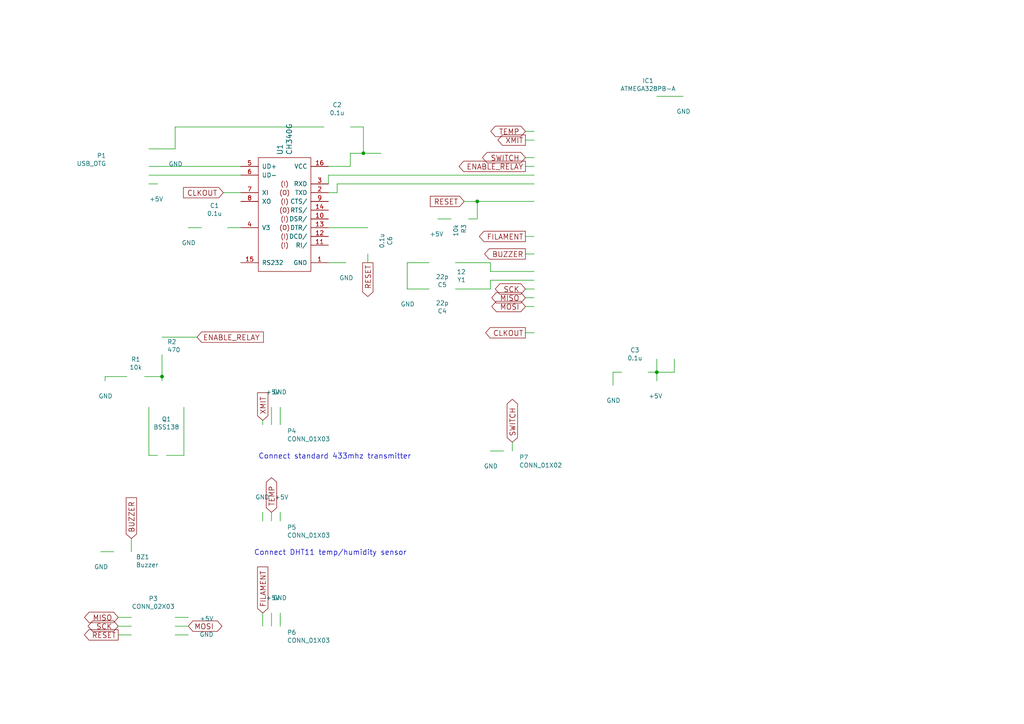
<source format=kicad_sch>
(kicad_sch (version 20230121) (generator eeschema)
  (paper "A4")
  (lib_symbols
    (symbol "ch340g:CH340G" (pin_names (offset 1.016))
      (property "Reference" "U" (at 0 -16.51 0))
      (property "Value" "CH340G" (at 0 19.05 0))
      (symbol "CH340G_0_0"
        (rectangle (start -7.62 17.78) (end 7.62 -15.24))
        (text "(I)" (at 0 -7.62 0) (effects (font (size 1.27 1.27))))
        (text "(I)" (at 0 -5.08 0) (effects (font (size 1.27 1.27))))
        (text "(I)" (at 0 0 0) (effects (font (size 1.27 1.27))))
        (text "(I)" (at 0 5.08 0) (effects (font (size 1.27 1.27))))
        (text "(I)" (at 0 10.16 0) (effects (font (size 1.27 1.27))))
        (text "(O)" (at 0 -2.54 0) (effects (font (size 1.27 1.27))))
        (text "(O)" (at 0 2.54 0) (effects (font (size 1.27 1.27))))
        (text "(O)" (at 0 7.62 0) (effects (font (size 1.27 1.27))))
      )
      (symbol "CH340G_1_1"
        (pin power_in line (at 12.7 -12.7 180) (length 5.08) (name "GND") (number "1"))
        (pin input line (at 12.7 0 180) (length 5.08) (name "DSR/") (number "10"))
        (pin input line (at 12.7 -7.62 180) (length 5.08) (name "RI/") (number "11"))
        (pin input line (at 12.7 -5.08 180) (length 5.08) (name "DCD/") (number "12"))
        (pin output line (at 12.7 -2.54 180) (length 5.08) (name "DTR/") (number "13"))
        (pin output line (at 12.7 2.54 180) (length 5.08) (name "RTS/") (number "14"))
        (pin input line (at -12.7 -12.7 0) (length 5.08) (name "RS232") (number "15"))
        (pin power_in line (at 12.7 15.24 180) (length 5.08) (name "VCC") (number "16"))
        (pin output line (at 12.7 7.62 180) (length 5.08) (name "TXD") (number "2"))
        (pin input line (at 12.7 10.16 180) (length 5.08) (name "RXD") (number "3"))
        (pin power_out line (at -12.7 -2.54 0) (length 5.08) (name "V3") (number "4"))
        (pin bidirectional line (at -12.7 15.24 0) (length 5.08) (name "UD+") (number "5"))
        (pin bidirectional line (at -12.7 12.7 0) (length 5.08) (name "UD-") (number "6"))
        (pin input line (at -12.7 7.62 0) (length 5.08) (name "XI") (number "7"))
        (pin output line (at -12.7 5.08 0) (length 5.08) (name "XO") (number "8"))
        (pin input line (at 12.7 5.08 180) (length 5.08) (name "CTS/") (number "9"))
      )
    )
  )
  (junction (at 105.41 44.45))
  (junction (at 46.99 109.22))
  (junction (at 190.5 107.95))
  (junction (at 138.43 58.42))
  (wire (pts (xy 58.42 66.04) (xy 54.61 66.04)))
  (wire (pts (xy 152.4 38.1) (xy 154.94 38.1)))
  (wire (pts (xy 152.4 45.72) (xy 154.94 45.72)))
  (wire (pts (xy 48.26 132.08) (xy 53.34 132.08)))
  (wire (pts (xy 152.4 48.26) (xy 154.94 48.26)))
  (wire (pts (xy 106.68 73.66) (xy 106.68 76.2)))
  (wire (pts (xy 43.18 43.18) (xy 50.8 43.18)))
  (wire (pts (xy 81.28 118.11) (xy 81.28 123.19)))
  (wire (pts (xy 152.4 96.52) (xy 154.94 96.52)))
  (wire (pts (xy 195.58 107.95) (xy 195.58 104.14)))
  (wire (pts (xy 100.33 76.2) (xy 95.25 76.2)))
  (wire (pts (xy 43.18 118.11) (xy 43.18 132.08)))
  (wire (pts (xy 177.8 107.95) (xy 180.34 107.95)))
  (wire (pts (xy 76.2 177.8) (xy 76.2 181.61)))
  (wire (pts (xy 138.43 58.42) (xy 154.94 58.42)))
  (wire (pts (xy 97.79 55.88) (xy 97.79 53.34)))
  (wire (pts (xy 105.41 36.83) (xy 101.6 36.83)))
  (wire (pts (xy 43.18 48.26) (xy 69.85 48.26)))
  (wire (pts (xy 30.48 110.49) (xy 30.48 109.22)))
  (wire (pts (xy 69.85 66.04) (xy 66.04 66.04)))
  (wire (pts (xy 95.25 66.04) (xy 106.68 66.04)))
  (wire (pts (xy 78.74 181.61) (xy 78.74 177.8)))
  (wire (pts (xy 95.25 50.8) (xy 95.25 53.34)))
  (wire (pts (xy 53.34 132.08) (xy 53.34 118.11)))
  (wire (pts (xy 34.29 184.15) (xy 38.1 184.15)))
  (wire (pts (xy 154.94 88.9) (xy 152.4 88.9)))
  (wire (pts (xy 38.1 160.02) (xy 38.1 156.21)))
  (wire (pts (xy 154.94 50.8) (xy 95.25 50.8)))
  (wire (pts (xy 154.94 73.66) (xy 152.4 73.66)))
  (wire (pts (xy 54.61 181.61) (xy 50.8 181.61)))
  (wire (pts (xy 93.98 36.83) (xy 50.8 36.83)))
  (wire (pts (xy 50.8 179.07) (xy 54.61 179.07)))
  (wire (pts (xy 105.41 44.45) (xy 110.49 44.45)))
  (wire (pts (xy 81.28 177.8) (xy 81.28 181.61)))
  (wire (pts (xy 105.41 44.45) (xy 105.41 36.83)))
  (wire (pts (xy 177.8 111.76) (xy 177.8 107.95)))
  (wire (pts (xy 142.24 83.82) (xy 142.24 81.28)))
  (wire (pts (xy 142.24 130.81) (xy 146.05 130.81)))
  (wire (pts (xy 81.28 151.13) (xy 81.28 148.59)))
  (wire (pts (xy 138.43 63.5) (xy 138.43 58.42)))
  (wire (pts (xy 124.46 76.2) (xy 118.11 76.2)))
  (wire (pts (xy 46.99 109.22) (xy 46.99 110.49)))
  (wire (pts (xy 34.29 179.07) (xy 38.1 179.07)))
  (wire (pts (xy 101.6 48.26) (xy 101.6 44.45)))
  (wire (pts (xy 76.2 151.13) (xy 76.2 148.59)))
  (wire (pts (xy 69.85 50.8) (xy 43.18 50.8)))
  (wire (pts (xy 187.96 107.95) (xy 190.5 107.95)))
  (wire (pts (xy 30.48 109.22) (xy 36.83 109.22)))
  (wire (pts (xy 134.62 58.42) (xy 138.43 58.42)))
  (wire (pts (xy 50.8 36.83) (xy 50.8 43.18)))
  (wire (pts (xy 43.18 132.08) (xy 45.72 132.08)))
  (wire (pts (xy 142.24 81.28) (xy 154.94 81.28)))
  (wire (pts (xy 69.85 55.88) (xy 64.77 55.88)))
  (wire (pts (xy 152.4 68.58) (xy 154.94 68.58)))
  (wire (pts (xy 118.11 76.2) (xy 118.11 83.82)))
  (wire (pts (xy 97.79 53.34) (xy 154.94 53.34)))
  (wire (pts (xy 43.18 53.34) (xy 45.72 53.34)))
  (wire (pts (xy 101.6 44.45) (xy 105.41 44.45)))
  (wire (pts (xy 190.5 107.95) (xy 190.5 110.49)))
  (wire (pts (xy 78.74 123.19) (xy 78.74 118.11)))
  (wire (pts (xy 135.89 63.5) (xy 138.43 63.5)))
  (wire (pts (xy 29.21 160.02) (xy 33.02 160.02)))
  (wire (pts (xy 152.4 40.64) (xy 154.94 40.64)))
  (wire (pts (xy 41.91 109.22) (xy 46.99 109.22)))
  (wire (pts (xy 152.4 86.36) (xy 154.94 86.36)))
  (wire (pts (xy 132.08 83.82) (xy 142.24 83.82)))
  (wire (pts (xy 142.24 76.2) (xy 142.24 78.74)))
  (wire (pts (xy 50.8 184.15) (xy 54.61 184.15)))
  (wire (pts (xy 132.08 76.2) (xy 142.24 76.2)))
  (wire (pts (xy 46.99 97.79) (xy 57.15 97.79)))
  (wire (pts (xy 190.5 27.94) (xy 198.12 27.94)))
  (wire (pts (xy 78.74 148.59) (xy 78.74 151.13)))
  (wire (pts (xy 127 63.5) (xy 130.81 63.5)))
  (wire (pts (xy 95.25 55.88) (xy 97.79 55.88)))
  (wire (pts (xy 95.25 48.26) (xy 101.6 48.26)))
  (wire (pts (xy 34.29 181.61) (xy 38.1 181.61)))
  (wire (pts (xy 148.59 130.81) (xy 148.59 128.27)))
  (wire (pts (xy 190.5 104.14) (xy 190.5 107.95)))
  (wire (pts (xy 190.5 107.95) (xy 195.58 107.95)))
  (wire (pts (xy 46.99 102.87) (xy 46.99 109.22)))
  (wire (pts (xy 142.24 78.74) (xy 154.94 78.74)))
  (wire (pts (xy 152.4 83.82) (xy 154.94 83.82)))
  (wire (pts (xy 76.2 123.19) (xy 76.2 121.92)))
  (wire (pts (xy 118.11 83.82) (xy 124.46 83.82)))
  (text "Connect standard 433mhz transmitter" (at 74.93 133.35 0) (effects (font (size 1.524 1.524)) (justify left bottom)))
  (text "Connect DHT11 temp/humidity sensor\n" (at 73.66 161.29 0) (effects (font (size 1.524 1.524)) (justify left bottom)))
  (global_label "SCK" (shape bidirectional) (at 34.29 181.61 180) (effects (font (size 1.524 1.524))) (property "Intersheetrefs" "${INTERSHEET_REFS}" (effects hide)))
  (global_label "XMIT" (shape output) (at 152.4 40.64 180) (effects (font (size 1.524 1.524))) (property "Intersheetrefs" "${INTERSHEET_REFS}" (effects hide)))
  (global_label "MISO" (shape bidirectional) (at 34.29 179.07 180) (effects (font (size 1.524 1.524))) (property "Intersheetrefs" "${INTERSHEET_REFS}" (effects hide)))
  (global_label "FILAMENT" (shape input) (at 76.2 177.8 90) (effects (font (size 1.524 1.524))) (property "Intersheetrefs" "${INTERSHEET_REFS}" (effects hide)))
  (global_label "MISO" (shape bidirectional) (at 152.4 86.36 180) (effects (font (size 1.524 1.524))) (property "Intersheetrefs" "${INTERSHEET_REFS}" (effects hide)))
  (global_label "CLKOUT" (shape input) (at 64.77 55.88 180) (effects (font (size 1.524 1.524))) (property "Intersheetrefs" "${INTERSHEET_REFS}" (effects hide)))
  (global_label "RESET" (shape input) (at 134.62 58.42 180) (effects (font (size 1.524 1.524))) (property "Intersheetrefs" "${INTERSHEET_REFS}" (effects hide)))
  (global_label "TEMP" (shape bidirectional) (at 78.74 148.59 90) (effects (font (size 1.524 1.524))) (property "Intersheetrefs" "${INTERSHEET_REFS}" (effects hide)))
  (global_label "SWITCH" (shape bidirectional) (at 148.59 128.27 90) (effects (font (size 1.524 1.524))) (property "Intersheetrefs" "${INTERSHEET_REFS}" (effects hide)))
  (global_label "MOSI" (shape bidirectional) (at 152.4 88.9 180) (effects (font (size 1.524 1.524))) (property "Intersheetrefs" "${INTERSHEET_REFS}" (effects hide)))
  (global_label "CLKOUT" (shape output) (at 152.4 96.52 180) (effects (font (size 1.524 1.524))) (property "Intersheetrefs" "${INTERSHEET_REFS}" (effects hide)))
  (global_label "FILAMENT" (shape output) (at 152.4 68.58 180) (effects (font (size 1.524 1.524))) (property "Intersheetrefs" "${INTERSHEET_REFS}" (effects hide)))
  (global_label "SWITCH" (shape bidirectional) (at 152.4 45.72 180) (effects (font (size 1.524 1.524))) (property "Intersheetrefs" "${INTERSHEET_REFS}" (effects hide)))
  (global_label "TEMP" (shape bidirectional) (at 152.4 38.1 180) (effects (font (size 1.524 1.524))) (property "Intersheetrefs" "${INTERSHEET_REFS}" (effects hide)))
  (global_label "MOSI" (shape bidirectional) (at 54.61 181.61 0) (effects (font (size 1.524 1.524))) (property "Intersheetrefs" "${INTERSHEET_REFS}" (effects hide)))
  (global_label "XMIT" (shape input) (at 76.2 121.92 90) (effects (font (size 1.524 1.524))) (property "Intersheetrefs" "${INTERSHEET_REFS}" (effects hide)))
  (global_label "ENABLE_RELAY" (shape input) (at 57.15 97.79 0) (effects (font (size 1.524 1.524))) (property "Intersheetrefs" "${INTERSHEET_REFS}" (effects hide)))
  (global_label "RESET" (shape output) (at 34.29 184.15 180) (effects (font (size 1.524 1.524))) (property "Intersheetrefs" "${INTERSHEET_REFS}" (effects hide)))
  (global_label "BUZZER" (shape input) (at 38.1 156.21 90) (effects (font (size 1.524 1.524))) (property "Intersheetrefs" "${INTERSHEET_REFS}" (effects hide)))
  (global_label "ENABLE_RELAY" (shape output) (at 152.4 48.26 180) (effects (font (size 1.524 1.524))) (property "Intersheetrefs" "${INTERSHEET_REFS}" (effects hide)))
  (global_label "BUZZER" (shape output) (at 152.4 73.66 180) (effects (font (size 1.524 1.524))) (property "Intersheetrefs" "${INTERSHEET_REFS}" (effects hide)))
  (global_label "RESET" (shape output) (at 106.68 76.2 270) (effects (font (size 1.524 1.524))) (property "Intersheetrefs" "${INTERSHEET_REFS}" (effects hide)))
  (global_label "SCK" (shape bidirectional) (at 152.4 83.82 180) (effects (font (size 1.524 1.524))) (property "Intersheetrefs" "${INTERSHEET_REFS}" (effects hide)))
  (symbol (lib_id "Crystal") (at 138.43 80.01 90) (unit 1)
    (property "Reference" "Y1" (at 135.1026 81.1784 90) (effects (justify left)))
    (property "Value" "12" (at 135.1026 78.867 90) (effects (justify left)))
    (property "Footprint" "greatscottgadgets/gsg-kicad-lib/gsg-modules.pretty:HC-49S" (effects hide))
  )
  (symbol (lib_id "C") (at 128.27 83.82 90) (unit 1)
    (property "Reference" "C4" (at 128.27 90.2208 90))
    (property "Value" "22p" (at 128.27 87.9094 90))
    (property "Footprint" "Capacitors_SMD:C_0805_HandSoldering" (effects hide))
  )
  (symbol (lib_id "C") (at 128.27 76.2 90) (unit 1)
    (property "Reference" "C5" (at 128.27 82.6008 90))
    (property "Value" "22p" (at 128.27 80.2894 90))
    (property "Footprint" "Capacitors_SMD:C_0805_HandSoldering" (effects hide))
  )
  (symbol (lib_id "ch340g:CH340G") (at 82.55 63.5 0) (unit 1)
    (property "Reference" "U1" (at 81.2038 45.0088 90) (effects (font (size 1.524 1.524)) (justify left)))
    (property "Value" "CH340G" (at 83.8962 45.0088 90) (effects (font (size 1.524 1.524)) (justify left)))
    (property "Footprint" "KiCad/Housings_SOIC.pretty:SOIC-16_3.9x9.9mm_Pitch1.27mm" (effects hide))
  )
  (symbol (lib_id "USB_OTG") (at 35.56 48.26 90) (unit 1)
    (property "Reference" "P1" (at 30.7848 45.1358 90) (effects (justify left)))
    (property "Value" "USB_OTG" (at 30.7848 47.4472 90) (effects (justify left)))
    (property "Footprint" "osminog:MICRO-B_USB-INVERTED" (effects hide))
  )
  (symbol (lib_id "GND") (at 50.8 43.18 0) (unit 1)
    (property "Reference" "#PWR01" (effects hide))
    (property "Value" "GND" (at 50.927 47.5742 0))
  )
  (symbol (lib_id "+5V") (at 45.72 53.34 180) (unit 1)
    (property "Reference" "#PWR02" (effects hide))
    (property "Value" "+5V" (at 45.339 57.7342 0))
  )
  (symbol (lib_id "CONN_02X03") (at 44.45 181.61 0) (unit 1)
    (property "Reference" "P3" (at 44.45 173.609 0))
    (property "Value" "CONN_02X03" (at 44.45 175.9204 0))
    (property "Footprint" "KiCad/Pin_Headers.pretty:Pin_Header_Straight_2x03_Pitch2.54mm_SMD" (effects hide))
  )
  (symbol (lib_id "+5V") (at 54.61 179.07 270) (unit 1)
    (property "Reference" "#PWR03" (effects hide))
    (property "Value" "+5V" (at 57.8612 179.451 90) (effects (justify left)))
  )
  (symbol (lib_id "GND") (at 54.61 184.15 90) (unit 1)
    (property "Reference" "#PWR04" (effects hide))
    (property "Value" "GND" (at 57.8612 184.023 90) (effects (justify right)))
  )
  (symbol (lib_id "CONN_01X03") (at 78.74 128.27 270) (unit 1)
    (property "Reference" "P4" (at 83.2612 125.0188 90) (effects (justify left)))
    (property "Value" "CONN_01X03" (at 83.2612 127.3302 90) (effects (justify left)))
    (property "Footprint" "KiCad/Pin_Headers.pretty:Pin_Header_Straight_1x03_Pitch2.54mm" (effects hide))
  )
  (symbol (lib_id "+5V") (at 78.74 118.11 0) (unit 1)
    (property "Reference" "#PWR05" (effects hide))
    (property "Value" "+5V" (at 79.121 113.7158 0))
  )
  (symbol (lib_id "GND") (at 81.28 118.11 180) (unit 1)
    (property "Reference" "#PWR06" (effects hide))
    (property "Value" "GND" (at 81.153 113.7158 0))
  )
  (symbol (lib_id "C") (at 184.15 107.95 270) (unit 1)
    (property "Reference" "C3" (at 184.15 101.5492 90))
    (property "Value" "0.1u" (at 184.15 103.8606 90))
    (property "Footprint" "Capacitors_SMD:C_0805_HandSoldering" (effects hide))
  )
  (symbol (lib_id "BSS138") (at 48.26 115.57 270) (unit 1)
    (property "Reference" "Q1" (at 48.26 121.5644 90))
    (property "Value" "BSS138" (at 48.26 123.8758 90))
    (property "Footprint" "TO_SOT_Packages_SMD:SOT-23" (effects hide))
  )
  (symbol (lib_id "CONN_01X02") (at 46.99 137.16 270) (unit 1)
    (property "Reference" "P2" (at 50.2412 133.9088 90) (effects (justify left)))
    (property "Value" "CONN_01X02" (at 50.2412 136.2202 90) (effects (justify left)))
    (property "Footprint" "KiCad/Pin_Headers.pretty:Pin_Header_Straight_1x02_Pitch2.54mm_SMD_Pin1Left" (effects hide))
  )
  (symbol (lib_id "+5V") (at 110.49 44.45 180) (unit 1)
    (property "Reference" "#PWR07" (effects hide))
    (property "Value" "+5V" (at 110.109 48.8442 0))
  )
  (symbol (lib_id "C") (at 97.79 36.83 270) (unit 1)
    (property "Reference" "C2" (at 97.79 30.4292 90))
    (property "Value" "0.1u" (at 97.79 32.7406 90))
    (property "Footprint" "Capacitors_SMD:C_0805_HandSoldering" (effects hide))
  )
  (symbol (lib_id "GND") (at 100.33 76.2 0) (unit 1)
    (property "Reference" "#PWR08" (effects hide))
    (property "Value" "GND" (at 100.457 80.5942 0))
  )
  (symbol (lib_id "C") (at 62.23 66.04 270) (unit 1)
    (property "Reference" "C1" (at 62.23 59.6392 90))
    (property "Value" "0.1u" (at 62.23 61.9506 90))
    (property "Footprint" "Capacitors_SMD:C_0805_HandSoldering" (effects hide))
  )
  (symbol (lib_id "GND") (at 54.61 66.04 0) (unit 1)
    (property "Reference" "#PWR09" (effects hide))
    (property "Value" "GND" (at 54.737 70.4342 0))
  )
  (symbol (lib_id "GND") (at 30.48 110.49 0) (unit 1)
    (property "Reference" "#PWR010" (effects hide))
    (property "Value" "GND" (at 30.607 114.8842 0))
  )
  (symbol (lib_id "R_Small") (at 39.37 109.22 270) (unit 1)
    (property "Reference" "R1" (at 39.37 104.2416 90))
    (property "Value" "10k" (at 39.37 106.553 90))
    (property "Footprint" "Resistors_SMD:R_0805_HandSoldering" (effects hide))
  )
  (symbol (lib_id "R_Small") (at 46.99 100.33 180) (unit 1)
    (property "Reference" "R2" (at 48.4886 99.1616 0) (effects (justify right)))
    (property "Value" "470" (at 48.4886 101.473 0) (effects (justify right)))
    (property "Footprint" "Resistors_SMD:R_0805_HandSoldering" (effects hide))
  )
  (symbol (lib_id "CONN_01X03") (at 78.74 156.21 270) (unit 1)
    (property "Reference" "P5" (at 83.2612 152.9588 90) (effects (justify left)))
    (property "Value" "CONN_01X03" (at 83.2612 155.2702 90) (effects (justify left)))
    (property "Footprint" "KiCad/Pin_Headers.pretty:Pin_Header_Straight_1x03_Pitch2.54mm" (effects hide))
  )
  (symbol (lib_id "+5V") (at 81.28 148.59 0) (unit 1)
    (property "Reference" "#PWR011" (effects hide))
    (property "Value" "+5V" (at 81.661 144.1958 0))
  )
  (symbol (lib_id "GND") (at 76.2 148.59 180) (unit 1)
    (property "Reference" "#PWR012" (effects hide))
    (property "Value" "GND" (at 76.073 144.1958 0))
  )
  (symbol (lib_id "Buzzer") (at 35.56 162.56 270) (unit 1)
    (property "Reference" "BZ1" (at 39.4208 161.544 90) (effects (justify left)))
    (property "Value" "Buzzer" (at 39.4208 163.8554 90) (effects (justify left)))
    (property "Footprint" "KiCad/Buzzers_Beepers.pretty:Buzzer_12x9.5RM7.6" (effects hide))
  )
  (symbol (lib_id "GND") (at 29.21 160.02 0) (unit 1)
    (property "Reference" "#PWR013" (effects hide))
    (property "Value" "GND" (at 29.337 164.4142 0))
  )
  (symbol (lib_id "ATMEGA328PB-A") (at 187.96 66.04 180) (unit 1)
    (property "Reference" "IC1" (at 187.96 23.4188 0))
    (property "Value" "ATMEGA328PB-A" (at 187.96 25.7302 0))
    (property "Footprint" "Housings_QFP:TQFP-32_7x7mm_Pitch0.8mm" (effects hide))
  )
  (symbol (lib_id "GND") (at 118.11 83.82 0) (unit 1)
    (property "Reference" "#PWR014" (effects hide))
    (property "Value" "GND" (at 118.237 88.2142 0))
  )
  (symbol (lib_id "+5V") (at 190.5 110.49 180) (unit 1)
    (property "Reference" "#PWR015" (effects hide))
    (property "Value" "+5V" (at 190.119 114.8842 0))
  )
  (symbol (lib_id "GND") (at 177.8 111.76 0) (unit 1)
    (property "Reference" "#PWR016" (effects hide))
    (property "Value" "GND" (at 177.927 116.1542 0))
  )
  (symbol (lib_id "GND") (at 198.12 27.94 0) (unit 1)
    (property "Reference" "#PWR017" (effects hide))
    (property "Value" "GND" (at 198.247 32.3342 0))
  )
  (symbol (lib_id "CONN_01X03") (at 78.74 186.69 270) (unit 1)
    (property "Reference" "P6" (at 83.2612 183.4388 90) (effects (justify left)))
    (property "Value" "CONN_01X03" (at 83.2612 185.7502 90) (effects (justify left)))
    (property "Footprint" "KiCad/Pin_Headers.pretty:Pin_Header_Straight_1x03_Pitch2.54mm_SMD_Pin1Left" (effects hide))
  )
  (symbol (lib_id "+5V") (at 78.74 177.8 0) (unit 1)
    (property "Reference" "#PWR018" (effects hide))
    (property "Value" "+5V" (at 79.121 173.4058 0))
  )
  (symbol (lib_id "GND") (at 81.28 177.8 180) (unit 1)
    (property "Reference" "#PWR019" (effects hide))
    (property "Value" "GND" (at 81.153 173.4058 0))
  )
  (symbol (lib_id "CONN_01X02") (at 147.32 135.89 270) (unit 1)
    (property "Reference" "P7" (at 150.5712 132.6388 90) (effects (justify left)))
    (property "Value" "CONN_01X02" (at 150.5712 134.9502 90) (effects (justify left)))
    (property "Footprint" "ojousima/Switches_buttons.pretty:SWITCH_FSM_JSM_off-mom" (effects hide))
  )
  (symbol (lib_id "GND") (at 142.24 130.81 0) (unit 1)
    (property "Reference" "#PWR020" (effects hide))
    (property "Value" "GND" (at 142.367 135.2042 0))
  )
  (symbol (lib_id "C") (at 106.68 69.85 180) (unit 1)
    (property "Reference" "C6" (at 113.0808 69.85 90))
    (property "Value" "0.1u" (at 110.7694 69.85 90))
    (property "Footprint" "Capacitors_SMD:C_0805_HandSoldering" (effects hide))
  )
  (symbol (lib_id "+5V") (at 127 63.5 180) (unit 1)
    (property "Reference" "#PWR021" (effects hide))
    (property "Value" "+5V" (at 126.619 67.8942 0))
  )
  (symbol (lib_id "R_Small") (at 133.35 63.5 90) (unit 1)
    (property "Reference" "R3" (at 134.5184 64.9986 0) (effects (justify right)))
    (property "Value" "10k" (at 132.207 64.9986 0) (effects (justify right)))
    (property "Footprint" "Resistors_SMD:R_0805_HandSoldering" (effects hide))
  )
)
</source>
